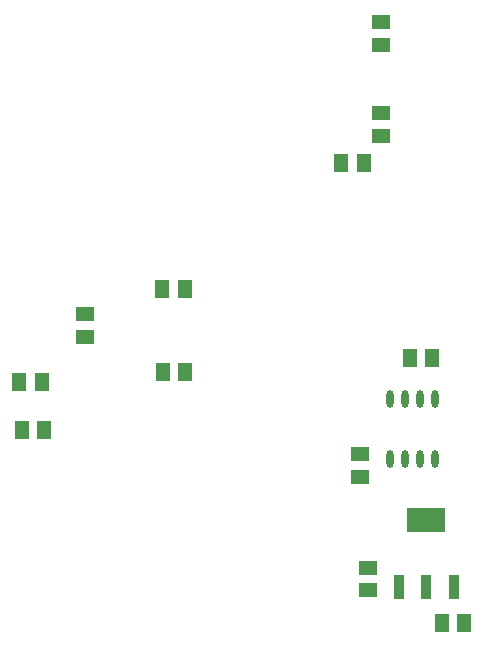
<source format=gbp>
%FSLAX25Y25*%
%MOIN*%
G70*
G01*
G75*
G04 Layer_Color=128*
%ADD10O,0.02756X0.09843*%
%ADD11R,0.05118X0.05906*%
%ADD12R,0.05906X0.05118*%
%ADD13R,0.05118X0.06299*%
%ADD14R,0.05906X0.01063*%
%ADD15R,0.01063X0.05906*%
%ADD16O,0.05906X0.02362*%
%ADD17O,0.02362X0.05906*%
%ADD18C,0.04000*%
%ADD19C,0.01000*%
%ADD20C,0.02000*%
%ADD21C,0.03000*%
%ADD22C,0.06299*%
%ADD23R,0.07000X0.07000*%
%ADD24C,0.07000*%
%ADD25C,0.07087*%
%ADD26R,0.07087X0.07087*%
%ADD27C,0.08661*%
%ADD28C,0.02400*%
%ADD29R,0.12598X0.08268*%
%ADD30R,0.03543X0.08268*%
%ADD31C,0.01500*%
%ADD32C,0.00984*%
%ADD33C,0.02362*%
%ADD34C,0.00787*%
%ADD35C,0.00500*%
%ADD36C,0.00055*%
%ADD37C,0.00073*%
%ADD38C,0.00614*%
%ADD39C,0.00400*%
%ADD40O,0.03556X0.10642*%
%ADD41R,0.05918X0.06706*%
%ADD42R,0.06706X0.05918*%
%ADD43R,0.05918X0.07099*%
%ADD44R,0.06706X0.01863*%
%ADD45R,0.01863X0.06706*%
%ADD46O,0.06706X0.03162*%
%ADD47O,0.03162X0.06706*%
%ADD48C,0.07099*%
%ADD49R,0.07800X0.07800*%
%ADD50C,0.07800*%
%ADD51C,0.07887*%
%ADD52R,0.07887X0.07887*%
%ADD53C,0.09461*%
%ADD54C,0.03200*%
%ADD55R,0.13398X0.09068*%
%ADD56R,0.04343X0.09068*%
D11*
X149311Y101378D02*
D03*
X156791D02*
D03*
X160039Y12992D02*
D03*
X167520D02*
D03*
X19193Y93209D02*
D03*
X26673D02*
D03*
X74311Y124311D02*
D03*
X66831D02*
D03*
X19980Y77067D02*
D03*
X27461D02*
D03*
X67126Y96457D02*
D03*
X74606D02*
D03*
X134055Y166339D02*
D03*
X126575D02*
D03*
D12*
X139862Y213091D02*
D03*
Y205610D02*
D03*
X139764Y175394D02*
D03*
Y182874D02*
D03*
X132677Y69095D02*
D03*
Y61614D02*
D03*
X135433Y31299D02*
D03*
Y23819D02*
D03*
X41043Y115847D02*
D03*
Y108366D02*
D03*
D17*
X157894Y67520D02*
D03*
X152894D02*
D03*
X147894D02*
D03*
X142894D02*
D03*
X157894Y87598D02*
D03*
X152894D02*
D03*
X147894D02*
D03*
X142894D02*
D03*
D29*
X154921Y47244D02*
D03*
D30*
X145866Y24803D02*
D03*
X154921D02*
D03*
X163976D02*
D03*
M02*

</source>
